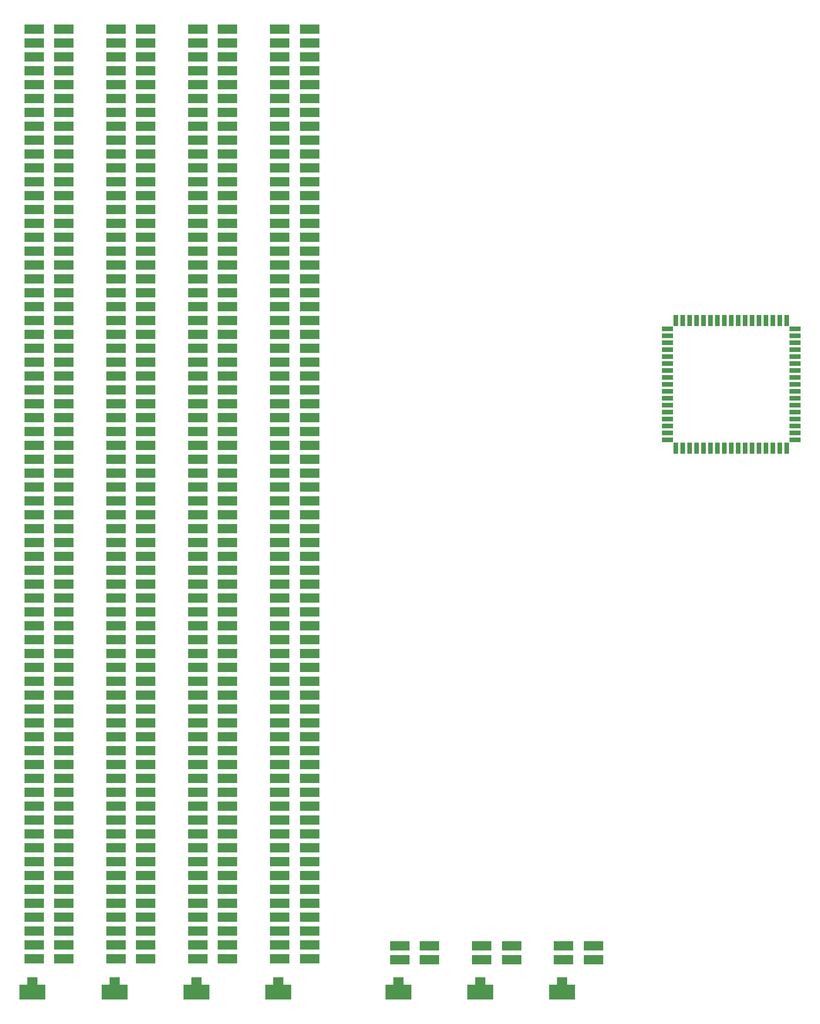
<source format=gbr>
G04 #@! TF.FileFunction,Soldermask,Top*
%FSLAX46Y46*%
G04 Gerber Fmt 4.6, Leading zero omitted, Abs format (unit mm)*
G04 Created by KiCad (PCBNEW 4.0.5) date Thursday, May 11, 2017 'PMt' 05:16:29 PM*
%MOMM*%
%LPD*%
G01*
G04 APERTURE LIST*
%ADD10C,0.100000*%
%ADD11R,1.400000X2.700000*%
%ADD12R,1.950000X2.000000*%
%ADD13R,4.770000X2.700000*%
%ADD14R,3.580000X1.670000*%
%ADD15R,2.050000X0.840000*%
%ADD16R,0.840000X2.050000*%
G04 APERTURE END LIST*
D10*
D11*
X115315000Y-211250000D03*
X118685000Y-211250000D03*
D12*
X117000000Y-209520000D03*
D13*
X117000000Y-211250000D03*
D11*
X100315000Y-211250000D03*
X103685000Y-211250000D03*
D12*
X102000000Y-209520000D03*
D13*
X102000000Y-211250000D03*
D11*
X85315000Y-211250000D03*
X88685000Y-211250000D03*
D12*
X87000000Y-209520000D03*
D13*
X87000000Y-211250000D03*
D11*
X70315000Y-211250000D03*
X73685000Y-211250000D03*
D12*
X72000000Y-209520000D03*
D13*
X72000000Y-211250000D03*
D11*
X137315000Y-211250000D03*
X140685000Y-211250000D03*
D12*
X139000000Y-209520000D03*
D13*
X139000000Y-211250000D03*
D14*
X139270000Y-205270000D03*
X139270000Y-202730000D03*
X144730000Y-205270000D03*
X144730000Y-202730000D03*
D11*
X167315000Y-211250000D03*
X170685000Y-211250000D03*
D12*
X169000000Y-209520000D03*
D13*
X169000000Y-211250000D03*
D14*
X169270000Y-205270000D03*
X169270000Y-202730000D03*
X174730000Y-205270000D03*
X174730000Y-202730000D03*
D11*
X152315000Y-211250000D03*
X155685000Y-211250000D03*
D12*
X154000000Y-209520000D03*
D13*
X154000000Y-211250000D03*
D14*
X154270000Y-205270000D03*
X154270000Y-202730000D03*
X159730000Y-205270000D03*
X159730000Y-202730000D03*
X117270000Y-205090000D03*
X117270000Y-202550000D03*
X117270000Y-200010000D03*
X117270000Y-197470000D03*
X117270000Y-194930000D03*
X117270000Y-192390000D03*
X117270000Y-189850000D03*
X117270000Y-187310000D03*
X117270000Y-184770000D03*
X117270000Y-182230000D03*
X117270000Y-179690000D03*
X117270000Y-177150000D03*
X117270000Y-174610000D03*
X117270000Y-172070000D03*
X117270000Y-169530000D03*
X117270000Y-166990000D03*
X117270000Y-164450000D03*
X117270000Y-161910000D03*
X117270000Y-159370000D03*
X117270000Y-156830000D03*
X117270000Y-154290000D03*
X117270000Y-151750000D03*
X117270000Y-149210000D03*
X117270000Y-146670000D03*
X117270000Y-144130000D03*
X117270000Y-141590000D03*
X117270000Y-139050000D03*
X117270000Y-136510000D03*
X117270000Y-133970000D03*
X117270000Y-131430000D03*
X117270000Y-128890000D03*
X117270000Y-126350000D03*
X117270000Y-123810000D03*
X117270000Y-121270000D03*
X117270000Y-118730000D03*
X117270000Y-116190000D03*
X117270000Y-113650000D03*
X117270000Y-111110000D03*
X117270000Y-108570000D03*
X117270000Y-106030000D03*
X117270000Y-103490000D03*
X117270000Y-100950000D03*
X117270000Y-98410000D03*
X117270000Y-95870000D03*
X117270000Y-93330000D03*
X117270000Y-90790000D03*
X117270000Y-88250000D03*
X117270000Y-85710000D03*
X117270000Y-83170000D03*
X117270000Y-80630000D03*
X117270000Y-78090000D03*
X117270000Y-75550000D03*
X117270000Y-73010000D03*
X117270000Y-70470000D03*
X117270000Y-67930000D03*
X117270000Y-65390000D03*
X117270000Y-62850000D03*
X117270000Y-60310000D03*
X117270000Y-57770000D03*
X117270000Y-55230000D03*
X117270000Y-52690000D03*
X117270000Y-50150000D03*
X117270000Y-47610000D03*
X117270000Y-45070000D03*
X117270000Y-42530000D03*
X117270000Y-39990000D03*
X117270000Y-37450000D03*
X117270000Y-34910000D03*
X122730000Y-205090000D03*
X122730000Y-202550000D03*
X122730000Y-200010000D03*
X122730000Y-197470000D03*
X122730000Y-194930000D03*
X122730000Y-192390000D03*
X122730000Y-189850000D03*
X122730000Y-187310000D03*
X122730000Y-184770000D03*
X122730000Y-182230000D03*
X122730000Y-179690000D03*
X122730000Y-177150000D03*
X122730000Y-174610000D03*
X122730000Y-172070000D03*
X122730000Y-169530000D03*
X122730000Y-166990000D03*
X122730000Y-164450000D03*
X122730000Y-161910000D03*
X122730000Y-159370000D03*
X122730000Y-156830000D03*
X122730000Y-154290000D03*
X122730000Y-151750000D03*
X122730000Y-149210000D03*
X122730000Y-146670000D03*
X122730000Y-144130000D03*
X122730000Y-141590000D03*
X122730000Y-139050000D03*
X122730000Y-136510000D03*
X122730000Y-133970000D03*
X122730000Y-131430000D03*
X122730000Y-128890000D03*
X122730000Y-126350000D03*
X122730000Y-123810000D03*
X122730000Y-121270000D03*
X122730000Y-118730000D03*
X122730000Y-116190000D03*
X122730000Y-113650000D03*
X122730000Y-111110000D03*
X122730000Y-108570000D03*
X122730000Y-106030000D03*
X122730000Y-103490000D03*
X122730000Y-100950000D03*
X122730000Y-98410000D03*
X122730000Y-95870000D03*
X122730000Y-93330000D03*
X122730000Y-90790000D03*
X122730000Y-88250000D03*
X122730000Y-85710000D03*
X122730000Y-83170000D03*
X122730000Y-80630000D03*
X122730000Y-78090000D03*
X122730000Y-75550000D03*
X122730000Y-73010000D03*
X122730000Y-70470000D03*
X122730000Y-67930000D03*
X122730000Y-65390000D03*
X122730000Y-62850000D03*
X122730000Y-60310000D03*
X122730000Y-57770000D03*
X122730000Y-55230000D03*
X122730000Y-52690000D03*
X122730000Y-50150000D03*
X122730000Y-47610000D03*
X122730000Y-45070000D03*
X122730000Y-42530000D03*
X122730000Y-39990000D03*
X122730000Y-37450000D03*
X122730000Y-34910000D03*
X102270000Y-205090000D03*
X102270000Y-202550000D03*
X102270000Y-200010000D03*
X102270000Y-197470000D03*
X102270000Y-194930000D03*
X102270000Y-192390000D03*
X102270000Y-189850000D03*
X102270000Y-187310000D03*
X102270000Y-184770000D03*
X102270000Y-182230000D03*
X102270000Y-179690000D03*
X102270000Y-177150000D03*
X102270000Y-174610000D03*
X102270000Y-172070000D03*
X102270000Y-169530000D03*
X102270000Y-166990000D03*
X102270000Y-164450000D03*
X102270000Y-161910000D03*
X102270000Y-159370000D03*
X102270000Y-156830000D03*
X102270000Y-154290000D03*
X102270000Y-151750000D03*
X102270000Y-149210000D03*
X102270000Y-146670000D03*
X102270000Y-144130000D03*
X102270000Y-141590000D03*
X102270000Y-139050000D03*
X102270000Y-136510000D03*
X102270000Y-133970000D03*
X102270000Y-131430000D03*
X102270000Y-128890000D03*
X102270000Y-126350000D03*
X102270000Y-123810000D03*
X102270000Y-121270000D03*
X102270000Y-118730000D03*
X102270000Y-116190000D03*
X102270000Y-113650000D03*
X102270000Y-111110000D03*
X102270000Y-108570000D03*
X102270000Y-106030000D03*
X102270000Y-103490000D03*
X102270000Y-100950000D03*
X102270000Y-98410000D03*
X102270000Y-95870000D03*
X102270000Y-93330000D03*
X102270000Y-90790000D03*
X102270000Y-88250000D03*
X102270000Y-85710000D03*
X102270000Y-83170000D03*
X102270000Y-80630000D03*
X102270000Y-78090000D03*
X102270000Y-75550000D03*
X102270000Y-73010000D03*
X102270000Y-70470000D03*
X102270000Y-67930000D03*
X102270000Y-65390000D03*
X102270000Y-62850000D03*
X102270000Y-60310000D03*
X102270000Y-57770000D03*
X102270000Y-55230000D03*
X102270000Y-52690000D03*
X102270000Y-50150000D03*
X102270000Y-47610000D03*
X102270000Y-45070000D03*
X102270000Y-42530000D03*
X102270000Y-39990000D03*
X102270000Y-37450000D03*
X102270000Y-34910000D03*
X107730000Y-205090000D03*
X107730000Y-202550000D03*
X107730000Y-200010000D03*
X107730000Y-197470000D03*
X107730000Y-194930000D03*
X107730000Y-192390000D03*
X107730000Y-189850000D03*
X107730000Y-187310000D03*
X107730000Y-184770000D03*
X107730000Y-182230000D03*
X107730000Y-179690000D03*
X107730000Y-177150000D03*
X107730000Y-174610000D03*
X107730000Y-172070000D03*
X107730000Y-169530000D03*
X107730000Y-166990000D03*
X107730000Y-164450000D03*
X107730000Y-161910000D03*
X107730000Y-159370000D03*
X107730000Y-156830000D03*
X107730000Y-154290000D03*
X107730000Y-151750000D03*
X107730000Y-149210000D03*
X107730000Y-146670000D03*
X107730000Y-144130000D03*
X107730000Y-141590000D03*
X107730000Y-139050000D03*
X107730000Y-136510000D03*
X107730000Y-133970000D03*
X107730000Y-131430000D03*
X107730000Y-128890000D03*
X107730000Y-126350000D03*
X107730000Y-123810000D03*
X107730000Y-121270000D03*
X107730000Y-118730000D03*
X107730000Y-116190000D03*
X107730000Y-113650000D03*
X107730000Y-111110000D03*
X107730000Y-108570000D03*
X107730000Y-106030000D03*
X107730000Y-103490000D03*
X107730000Y-100950000D03*
X107730000Y-98410000D03*
X107730000Y-95870000D03*
X107730000Y-93330000D03*
X107730000Y-90790000D03*
X107730000Y-88250000D03*
X107730000Y-85710000D03*
X107730000Y-83170000D03*
X107730000Y-80630000D03*
X107730000Y-78090000D03*
X107730000Y-75550000D03*
X107730000Y-73010000D03*
X107730000Y-70470000D03*
X107730000Y-67930000D03*
X107730000Y-65390000D03*
X107730000Y-62850000D03*
X107730000Y-60310000D03*
X107730000Y-57770000D03*
X107730000Y-55230000D03*
X107730000Y-52690000D03*
X107730000Y-50150000D03*
X107730000Y-47610000D03*
X107730000Y-45070000D03*
X107730000Y-42530000D03*
X107730000Y-39990000D03*
X107730000Y-37450000D03*
X107730000Y-34910000D03*
X87270000Y-205090000D03*
X87270000Y-202550000D03*
X87270000Y-200010000D03*
X87270000Y-197470000D03*
X87270000Y-194930000D03*
X87270000Y-192390000D03*
X87270000Y-189850000D03*
X87270000Y-187310000D03*
X87270000Y-184770000D03*
X87270000Y-182230000D03*
X87270000Y-179690000D03*
X87270000Y-177150000D03*
X87270000Y-174610000D03*
X87270000Y-172070000D03*
X87270000Y-169530000D03*
X87270000Y-166990000D03*
X87270000Y-164450000D03*
X87270000Y-161910000D03*
X87270000Y-159370000D03*
X87270000Y-156830000D03*
X87270000Y-154290000D03*
X87270000Y-151750000D03*
X87270000Y-149210000D03*
X87270000Y-146670000D03*
X87270000Y-144130000D03*
X87270000Y-141590000D03*
X87270000Y-139050000D03*
X87270000Y-136510000D03*
X87270000Y-133970000D03*
X87270000Y-131430000D03*
X87270000Y-128890000D03*
X87270000Y-126350000D03*
X87270000Y-123810000D03*
X87270000Y-121270000D03*
X87270000Y-118730000D03*
X87270000Y-116190000D03*
X87270000Y-113650000D03*
X87270000Y-111110000D03*
X87270000Y-108570000D03*
X87270000Y-106030000D03*
X87270000Y-103490000D03*
X87270000Y-100950000D03*
X87270000Y-98410000D03*
X87270000Y-95870000D03*
X87270000Y-93330000D03*
X87270000Y-90790000D03*
X87270000Y-88250000D03*
X87270000Y-85710000D03*
X87270000Y-83170000D03*
X87270000Y-80630000D03*
X87270000Y-78090000D03*
X87270000Y-75550000D03*
X87270000Y-73010000D03*
X87270000Y-70470000D03*
X87270000Y-67930000D03*
X87270000Y-65390000D03*
X87270000Y-62850000D03*
X87270000Y-60310000D03*
X87270000Y-57770000D03*
X87270000Y-55230000D03*
X87270000Y-52690000D03*
X87270000Y-50150000D03*
X87270000Y-47610000D03*
X87270000Y-45070000D03*
X87270000Y-42530000D03*
X87270000Y-39990000D03*
X87270000Y-37450000D03*
X87270000Y-34910000D03*
X92730000Y-205090000D03*
X92730000Y-202550000D03*
X92730000Y-200010000D03*
X92730000Y-197470000D03*
X92730000Y-194930000D03*
X92730000Y-192390000D03*
X92730000Y-189850000D03*
X92730000Y-187310000D03*
X92730000Y-184770000D03*
X92730000Y-182230000D03*
X92730000Y-179690000D03*
X92730000Y-177150000D03*
X92730000Y-174610000D03*
X92730000Y-172070000D03*
X92730000Y-169530000D03*
X92730000Y-166990000D03*
X92730000Y-164450000D03*
X92730000Y-161910000D03*
X92730000Y-159370000D03*
X92730000Y-156830000D03*
X92730000Y-154290000D03*
X92730000Y-151750000D03*
X92730000Y-149210000D03*
X92730000Y-146670000D03*
X92730000Y-144130000D03*
X92730000Y-141590000D03*
X92730000Y-139050000D03*
X92730000Y-136510000D03*
X92730000Y-133970000D03*
X92730000Y-131430000D03*
X92730000Y-128890000D03*
X92730000Y-126350000D03*
X92730000Y-123810000D03*
X92730000Y-121270000D03*
X92730000Y-118730000D03*
X92730000Y-116190000D03*
X92730000Y-113650000D03*
X92730000Y-111110000D03*
X92730000Y-108570000D03*
X92730000Y-106030000D03*
X92730000Y-103490000D03*
X92730000Y-100950000D03*
X92730000Y-98410000D03*
X92730000Y-95870000D03*
X92730000Y-93330000D03*
X92730000Y-90790000D03*
X92730000Y-88250000D03*
X92730000Y-85710000D03*
X92730000Y-83170000D03*
X92730000Y-80630000D03*
X92730000Y-78090000D03*
X92730000Y-75550000D03*
X92730000Y-73010000D03*
X92730000Y-70470000D03*
X92730000Y-67930000D03*
X92730000Y-65390000D03*
X92730000Y-62850000D03*
X92730000Y-60310000D03*
X92730000Y-57770000D03*
X92730000Y-55230000D03*
X92730000Y-52690000D03*
X92730000Y-50150000D03*
X92730000Y-47610000D03*
X92730000Y-45070000D03*
X92730000Y-42530000D03*
X92730000Y-39990000D03*
X92730000Y-37450000D03*
X92730000Y-34910000D03*
X72270000Y-205090000D03*
X72270000Y-202550000D03*
X72270000Y-200010000D03*
X72270000Y-197470000D03*
X72270000Y-194930000D03*
X72270000Y-192390000D03*
X72270000Y-189850000D03*
X72270000Y-187310000D03*
X72270000Y-184770000D03*
X72270000Y-182230000D03*
X72270000Y-179690000D03*
X72270000Y-177150000D03*
X72270000Y-174610000D03*
X72270000Y-172070000D03*
X72270000Y-169530000D03*
X72270000Y-166990000D03*
X72270000Y-164450000D03*
X72270000Y-161910000D03*
X72270000Y-159370000D03*
X72270000Y-156830000D03*
X72270000Y-154290000D03*
X72270000Y-151750000D03*
X72270000Y-149210000D03*
X72270000Y-146670000D03*
X72270000Y-144130000D03*
X72270000Y-141590000D03*
X72270000Y-139050000D03*
X72270000Y-136510000D03*
X72270000Y-133970000D03*
X72270000Y-131430000D03*
X72270000Y-128890000D03*
X72270000Y-126350000D03*
X72270000Y-123810000D03*
X72270000Y-121270000D03*
X72270000Y-118730000D03*
X72270000Y-116190000D03*
X72270000Y-113650000D03*
X72270000Y-111110000D03*
X72270000Y-108570000D03*
X72270000Y-106030000D03*
X72270000Y-103490000D03*
X72270000Y-100950000D03*
X72270000Y-98410000D03*
X72270000Y-95870000D03*
X72270000Y-93330000D03*
X72270000Y-90790000D03*
X72270000Y-88250000D03*
X72270000Y-85710000D03*
X72270000Y-83170000D03*
X72270000Y-80630000D03*
X72270000Y-78090000D03*
X72270000Y-75550000D03*
X72270000Y-73010000D03*
X72270000Y-70470000D03*
X72270000Y-67930000D03*
X72270000Y-65390000D03*
X72270000Y-62850000D03*
X72270000Y-60310000D03*
X72270000Y-57770000D03*
X72270000Y-55230000D03*
X72270000Y-52690000D03*
X72270000Y-50150000D03*
X72270000Y-47610000D03*
X72270000Y-45070000D03*
X72270000Y-42530000D03*
X72270000Y-39990000D03*
X72270000Y-37450000D03*
X72270000Y-34910000D03*
X77730000Y-205090000D03*
X77730000Y-202550000D03*
X77730000Y-200010000D03*
X77730000Y-197470000D03*
X77730000Y-194930000D03*
X77730000Y-192390000D03*
X77730000Y-189850000D03*
X77730000Y-187310000D03*
X77730000Y-184770000D03*
X77730000Y-182230000D03*
X77730000Y-179690000D03*
X77730000Y-177150000D03*
X77730000Y-174610000D03*
X77730000Y-172070000D03*
X77730000Y-169530000D03*
X77730000Y-166990000D03*
X77730000Y-164450000D03*
X77730000Y-161910000D03*
X77730000Y-159370000D03*
X77730000Y-156830000D03*
X77730000Y-154290000D03*
X77730000Y-151750000D03*
X77730000Y-149210000D03*
X77730000Y-146670000D03*
X77730000Y-144130000D03*
X77730000Y-141590000D03*
X77730000Y-139050000D03*
X77730000Y-136510000D03*
X77730000Y-133970000D03*
X77730000Y-131430000D03*
X77730000Y-128890000D03*
X77730000Y-126350000D03*
X77730000Y-123810000D03*
X77730000Y-121270000D03*
X77730000Y-118730000D03*
X77730000Y-116190000D03*
X77730000Y-113650000D03*
X77730000Y-111110000D03*
X77730000Y-108570000D03*
X77730000Y-106030000D03*
X77730000Y-103490000D03*
X77730000Y-100950000D03*
X77730000Y-98410000D03*
X77730000Y-95870000D03*
X77730000Y-93330000D03*
X77730000Y-90790000D03*
X77730000Y-88250000D03*
X77730000Y-85710000D03*
X77730000Y-83170000D03*
X77730000Y-80630000D03*
X77730000Y-78090000D03*
X77730000Y-75550000D03*
X77730000Y-73010000D03*
X77730000Y-70470000D03*
X77730000Y-67930000D03*
X77730000Y-65390000D03*
X77730000Y-62850000D03*
X77730000Y-60310000D03*
X77730000Y-57770000D03*
X77730000Y-55230000D03*
X77730000Y-52690000D03*
X77730000Y-50150000D03*
X77730000Y-47610000D03*
X77730000Y-45070000D03*
X77730000Y-42530000D03*
X77730000Y-39990000D03*
X77730000Y-37450000D03*
X77730000Y-34910000D03*
D15*
X188320000Y-89840000D03*
X188320000Y-91110000D03*
X188320000Y-92380000D03*
X188320000Y-93650000D03*
X188320000Y-94920000D03*
X188320000Y-96190000D03*
X188320000Y-97460000D03*
X188320000Y-98730000D03*
X188320000Y-100000000D03*
X188320000Y-101270000D03*
X188320000Y-102540000D03*
X188320000Y-103810000D03*
X188320000Y-105080000D03*
X188320000Y-106350000D03*
X188320000Y-107620000D03*
X188320000Y-108890000D03*
X188320000Y-110160000D03*
D16*
X189840000Y-111680000D03*
D15*
X211680000Y-91110000D03*
X211680000Y-92380000D03*
X211680000Y-93650000D03*
X211680000Y-94920000D03*
X211680000Y-96190000D03*
X211680000Y-97460000D03*
X211680000Y-98730000D03*
X211680000Y-100000000D03*
X211680000Y-101270000D03*
X211680000Y-102540000D03*
X211680000Y-103810000D03*
X211680000Y-105080000D03*
X211680000Y-106350000D03*
X211680000Y-107620000D03*
X211680000Y-108890000D03*
X211680000Y-110160000D03*
D16*
X189840000Y-88320000D03*
X191110000Y-88320000D03*
X192380000Y-88320000D03*
X193650000Y-88320000D03*
X194920000Y-88320000D03*
X196190000Y-88320000D03*
X197460000Y-88320000D03*
X198730000Y-88320000D03*
X200000000Y-88320000D03*
X201270000Y-88320000D03*
X202540000Y-88320000D03*
X203810000Y-88320000D03*
X205080000Y-88320000D03*
X206350000Y-88320000D03*
X207620000Y-88320000D03*
X208890000Y-88320000D03*
X210160000Y-88320000D03*
X191110000Y-111680000D03*
X192380000Y-111680000D03*
X193650000Y-111680000D03*
X194920000Y-111680000D03*
X196190000Y-111680000D03*
X197460000Y-111680000D03*
X198730000Y-111680000D03*
X200000000Y-111680000D03*
X201270000Y-111680000D03*
X202540000Y-111680000D03*
X203810000Y-111680000D03*
X205080000Y-111680000D03*
X206350000Y-111680000D03*
X207620000Y-111680000D03*
X208890000Y-111680000D03*
X210160000Y-111680000D03*
D15*
X211680000Y-89840000D03*
M02*

</source>
